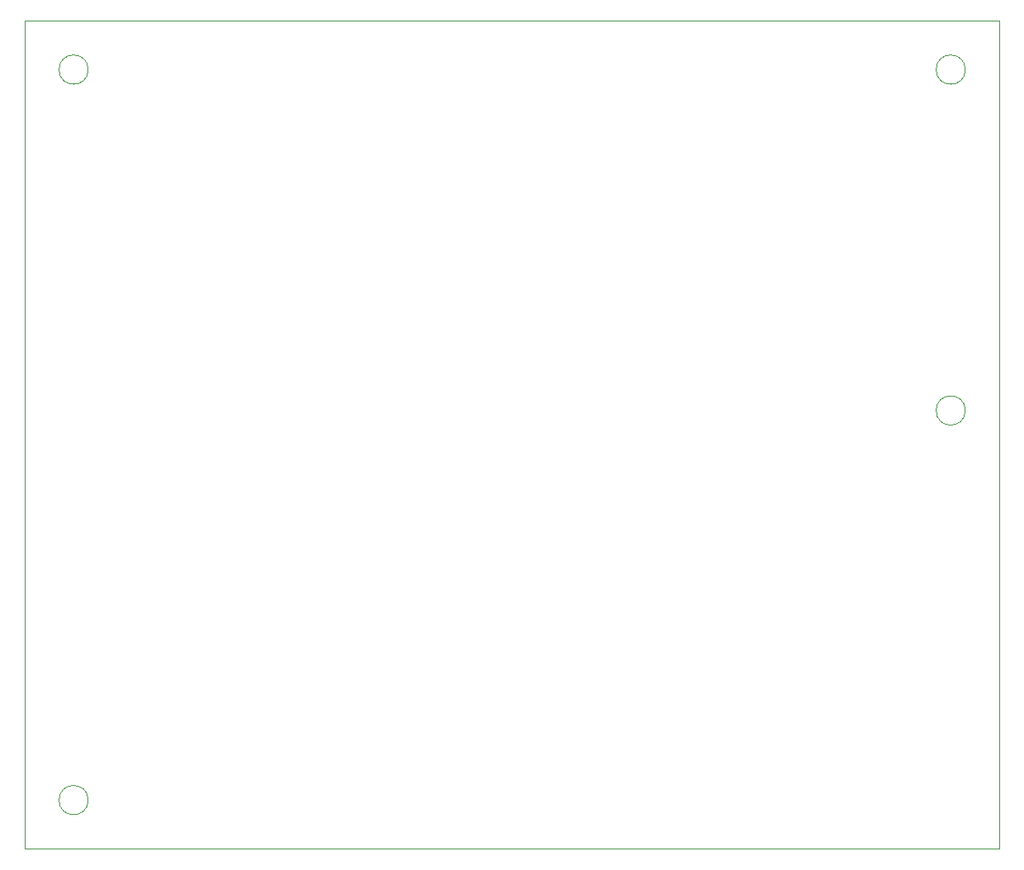
<source format=gbr>
%TF.GenerationSoftware,KiCad,Pcbnew,(6.0.9)*%
%TF.CreationDate,2023-04-06T06:38:54+10:00*%
%TF.ProjectId,Bulma,42756c6d-612e-46b6-9963-61645f706362,rev?*%
%TF.SameCoordinates,Original*%
%TF.FileFunction,Profile,NP*%
%FSLAX46Y46*%
G04 Gerber Fmt 4.6, Leading zero omitted, Abs format (unit mm)*
G04 Created by KiCad (PCBNEW (6.0.9)) date 2023-04-06 06:38:54*
%MOMM*%
%LPD*%
G01*
G04 APERTURE LIST*
%TA.AperFunction,Profile*%
%ADD10C,0.100000*%
%TD*%
G04 APERTURE END LIST*
D10*
X111500000Y-140000000D02*
G75*
G03*
X111500000Y-140000000I-1500000J0D01*
G01*
X111500000Y-65000000D02*
G75*
G03*
X111500000Y-65000000I-1500000J0D01*
G01*
X105000000Y-145000000D02*
X205000000Y-145000000D01*
X205000000Y-145000000D02*
X205000000Y-60000000D01*
X205000000Y-60000000D02*
X105000000Y-60000000D01*
X105000000Y-60000000D02*
X105000000Y-145000000D01*
X201500000Y-65000000D02*
G75*
G03*
X201500000Y-65000000I-1500000J0D01*
G01*
X201500000Y-100000000D02*
G75*
G03*
X201500000Y-100000000I-1500000J0D01*
G01*
M02*

</source>
